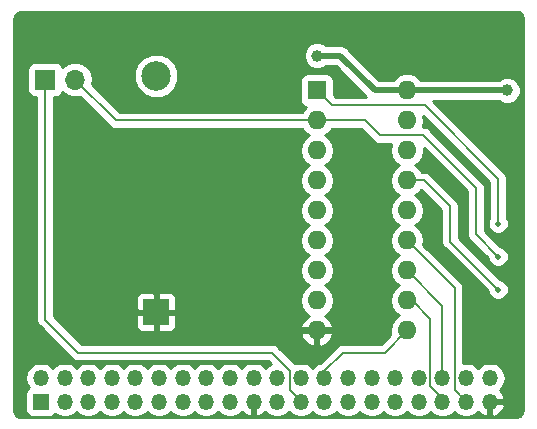
<source format=gbl>
G04 #@! TF.GenerationSoftware,KiCad,Pcbnew,5.0.2-bee76a0~70~ubuntu16.04.1*
G04 #@! TF.CreationDate,2019-01-05T22:09:08+01:00*
G04 #@! TF.ProjectId,OpenA1200RTC,4f70656e-4131-4323-9030-5254432e6b69,rev?*
G04 #@! TF.SameCoordinates,Original*
G04 #@! TF.FileFunction,Copper,L2,Bot*
G04 #@! TF.FilePolarity,Positive*
%FSLAX46Y46*%
G04 Gerber Fmt 4.6, Leading zero omitted, Abs format (unit mm)*
G04 Created by KiCad (PCBNEW 5.0.2-bee76a0~70~ubuntu16.04.1) date sab 05 gen 2019 22:09:08 CET*
%MOMM*%
%LPD*%
G01*
G04 APERTURE LIST*
G04 #@! TA.AperFunction,ComponentPad*
%ADD10O,1.600000X1.600000*%
G04 #@! TD*
G04 #@! TA.AperFunction,ComponentPad*
%ADD11R,1.600000X1.600000*%
G04 #@! TD*
G04 #@! TA.AperFunction,ComponentPad*
%ADD12O,1.700000X1.700000*%
G04 #@! TD*
G04 #@! TA.AperFunction,ComponentPad*
%ADD13R,1.700000X1.700000*%
G04 #@! TD*
G04 #@! TA.AperFunction,ComponentPad*
%ADD14R,2.170000X2.170000*%
G04 #@! TD*
G04 #@! TA.AperFunction,ComponentPad*
%ADD15C,2.500000*%
G04 #@! TD*
G04 #@! TA.AperFunction,ComponentPad*
%ADD16O,1.350000X1.350000*%
G04 #@! TD*
G04 #@! TA.AperFunction,ComponentPad*
%ADD17R,1.350000X1.350000*%
G04 #@! TD*
G04 #@! TA.AperFunction,ViaPad*
%ADD18C,0.500000*%
G04 #@! TD*
G04 #@! TA.AperFunction,ViaPad*
%ADD19C,1.000000*%
G04 #@! TD*
G04 #@! TA.AperFunction,Conductor*
%ADD20C,0.200000*%
G04 #@! TD*
G04 #@! TA.AperFunction,Conductor*
%ADD21C,0.500000*%
G04 #@! TD*
G04 #@! TA.AperFunction,Conductor*
%ADD22C,0.254000*%
G04 #@! TD*
G04 APERTURE END LIST*
D10*
G04 #@! TO.P,U1,18*
G04 #@! TO.N,VDD*
X159156400Y-80670400D03*
G04 #@! TO.P,U1,9*
G04 #@! TO.N,GND*
X151536400Y-100990400D03*
G04 #@! TO.P,U1,17*
G04 #@! TO.N,Net-(U1-Pad17)*
X159156400Y-83210400D03*
G04 #@! TO.P,U1,8*
G04 #@! TO.N,Net-(J1-Pad25)*
X151536400Y-98450400D03*
G04 #@! TO.P,U1,16*
G04 #@! TO.N,Net-(U1-Pad16)*
X159156400Y-85750400D03*
G04 #@! TO.P,U1,7*
G04 #@! TO.N,/RTC_A3*
X151536400Y-95910400D03*
G04 #@! TO.P,U1,15*
G04 #@! TO.N,Net-(R1-Pad2)*
X159156400Y-88290400D03*
G04 #@! TO.P,U1,6*
G04 #@! TO.N,/RTC_A2*
X151536400Y-93370400D03*
G04 #@! TO.P,U1,14*
G04 #@! TO.N,/RTC_D0*
X159156400Y-90830400D03*
G04 #@! TO.P,U1,5*
G04 #@! TO.N,/RTC_A1*
X151536400Y-90830400D03*
G04 #@! TO.P,U1,13*
G04 #@! TO.N,/RTC_D1*
X159156400Y-93370400D03*
G04 #@! TO.P,U1,4*
G04 #@! TO.N,/RTC_A0*
X151536400Y-88290400D03*
G04 #@! TO.P,U1,12*
G04 #@! TO.N,/RTC_D2*
X159156400Y-95910400D03*
G04 #@! TO.P,U1,3*
G04 #@! TO.N,Net-(R1-Pad2)*
X151536400Y-85750400D03*
G04 #@! TO.P,U1,11*
G04 #@! TO.N,/RTC_D3*
X159156400Y-98450400D03*
G04 #@! TO.P,U1,2*
G04 #@! TO.N,Net-(JP1-Pad2)*
X151536400Y-83210400D03*
G04 #@! TO.P,U1,10*
G04 #@! TO.N,Net-(J1-Pad26)*
X159156400Y-100990400D03*
D11*
G04 #@! TO.P,U1,1*
G04 #@! TO.N,Net-(R3-Pad2)*
X151536400Y-80670400D03*
G04 #@! TD*
D12*
G04 #@! TO.P,JP1,2*
G04 #@! TO.N,Net-(JP1-Pad2)*
X131064000Y-79756000D03*
D13*
G04 #@! TO.P,JP1,1*
G04 #@! TO.N,Net-(J1-Pad23)*
X128524000Y-79756000D03*
G04 #@! TD*
D14*
G04 #@! TO.P,BT1,2*
G04 #@! TO.N,GND*
X137922000Y-99441000D03*
D15*
G04 #@! TO.P,BT1,1*
G04 #@! TO.N,Net-(BT1-Pad1)*
X137922000Y-79441000D03*
G04 #@! TD*
D16*
G04 #@! TO.P,J1,40*
G04 #@! TO.N,Net-(J1-Pad40)*
X166168400Y-105022900D03*
G04 #@! TO.P,J1,39*
G04 #@! TO.N,GND*
X166168400Y-107022900D03*
G04 #@! TO.P,J1,38*
G04 #@! TO.N,/RTC_D0*
X164168400Y-105022900D03*
G04 #@! TO.P,J1,37*
G04 #@! TO.N,/RTC_D1*
X164168400Y-107022900D03*
G04 #@! TO.P,J1,36*
G04 #@! TO.N,/RTC_D2*
X162168400Y-105022900D03*
G04 #@! TO.P,J1,35*
G04 #@! TO.N,/RTC_D3*
X162168400Y-107022900D03*
G04 #@! TO.P,J1,34*
G04 #@! TO.N,Net-(J1-Pad34)*
X160168400Y-105022900D03*
G04 #@! TO.P,J1,33*
G04 #@! TO.N,Net-(J1-Pad33)*
X160168400Y-107022900D03*
G04 #@! TO.P,J1,32*
G04 #@! TO.N,Net-(J1-Pad32)*
X158168400Y-105022900D03*
G04 #@! TO.P,J1,31*
G04 #@! TO.N,Net-(J1-Pad31)*
X158168400Y-107022900D03*
G04 #@! TO.P,J1,30*
G04 #@! TO.N,/RTC_A0*
X156168400Y-105022900D03*
G04 #@! TO.P,J1,29*
G04 #@! TO.N,/RTC_A1*
X156168400Y-107022900D03*
G04 #@! TO.P,J1,28*
G04 #@! TO.N,/RTC_A2*
X154168400Y-105022900D03*
G04 #@! TO.P,J1,27*
G04 #@! TO.N,/RTC_A3*
X154168400Y-107022900D03*
G04 #@! TO.P,J1,26*
G04 #@! TO.N,Net-(J1-Pad26)*
X152168400Y-105022900D03*
G04 #@! TO.P,J1,25*
G04 #@! TO.N,Net-(J1-Pad25)*
X152168400Y-107022900D03*
G04 #@! TO.P,J1,24*
G04 #@! TO.N,Net-(J1-Pad24)*
X150168400Y-105022900D03*
G04 #@! TO.P,J1,23*
G04 #@! TO.N,Net-(J1-Pad23)*
X150168400Y-107022900D03*
G04 #@! TO.P,J1,22*
G04 #@! TO.N,Net-(J1-Pad22)*
X148168400Y-105022900D03*
G04 #@! TO.P,J1,21*
G04 #@! TO.N,Net-(J1-Pad21)*
X148168400Y-107022900D03*
G04 #@! TO.P,J1,20*
G04 #@! TO.N,VCC*
X146168400Y-105022900D03*
G04 #@! TO.P,J1,19*
G04 #@! TO.N,GND*
X146168400Y-107022900D03*
G04 #@! TO.P,J1,18*
G04 #@! TO.N,Net-(J1-Pad18)*
X144168400Y-105022900D03*
G04 #@! TO.P,J1,17*
G04 #@! TO.N,Net-(J1-Pad17)*
X144168400Y-107022900D03*
G04 #@! TO.P,J1,16*
G04 #@! TO.N,Net-(J1-Pad16)*
X142168400Y-105022900D03*
G04 #@! TO.P,J1,15*
G04 #@! TO.N,Net-(J1-Pad15)*
X142168400Y-107022900D03*
G04 #@! TO.P,J1,14*
G04 #@! TO.N,Net-(J1-Pad14)*
X140168400Y-105022900D03*
G04 #@! TO.P,J1,13*
G04 #@! TO.N,Net-(J1-Pad13)*
X140168400Y-107022900D03*
G04 #@! TO.P,J1,12*
G04 #@! TO.N,Net-(J1-Pad12)*
X138168400Y-105022900D03*
G04 #@! TO.P,J1,11*
G04 #@! TO.N,Net-(J1-Pad11)*
X138168400Y-107022900D03*
G04 #@! TO.P,J1,10*
G04 #@! TO.N,Net-(J1-Pad10)*
X136168400Y-105022900D03*
G04 #@! TO.P,J1,9*
G04 #@! TO.N,Net-(J1-Pad9)*
X136168400Y-107022900D03*
G04 #@! TO.P,J1,8*
G04 #@! TO.N,Net-(J1-Pad8)*
X134168400Y-105022900D03*
G04 #@! TO.P,J1,7*
G04 #@! TO.N,Net-(J1-Pad7)*
X134168400Y-107022900D03*
G04 #@! TO.P,J1,6*
G04 #@! TO.N,Net-(J1-Pad6)*
X132168400Y-105022900D03*
G04 #@! TO.P,J1,5*
G04 #@! TO.N,Net-(J1-Pad5)*
X132168400Y-107022900D03*
G04 #@! TO.P,J1,4*
G04 #@! TO.N,Net-(J1-Pad4)*
X130168400Y-105022900D03*
G04 #@! TO.P,J1,3*
G04 #@! TO.N,Net-(J1-Pad3)*
X130168400Y-107022900D03*
G04 #@! TO.P,J1,2*
G04 #@! TO.N,Net-(J1-Pad2)*
X128168400Y-105022900D03*
D17*
G04 #@! TO.P,J1,1*
G04 #@! TO.N,Net-(J1-Pad1)*
X128168400Y-107022900D03*
G04 #@! TD*
D18*
G04 #@! TO.N,Net-(R1-Pad2)*
X166878000Y-97536000D03*
G04 #@! TO.N,Net-(JP1-Pad2)*
X166878000Y-94742000D03*
G04 #@! TO.N,Net-(R3-Pad2)*
X166878000Y-91948000D03*
D19*
G04 #@! TO.N,VDD*
X167640000Y-80670400D03*
X151546560Y-77718920D03*
G04 #@! TO.N,GND*
X140884400Y-95910400D03*
X134756400Y-95910400D03*
X132232400Y-100736400D03*
X143662400Y-100736400D03*
X168046400Y-75082400D03*
X126849400Y-75082400D03*
X140884400Y-91084400D03*
X134756400Y-91084400D03*
X155346400Y-85750400D03*
X155346400Y-88290400D03*
G04 #@! TD*
D20*
G04 #@! TO.N,Net-(R1-Pad2)*
X160616900Y-88290400D02*
X159156400Y-88290400D01*
X162814000Y-90487500D02*
X160616900Y-88290400D01*
X162814000Y-93472000D02*
X163169600Y-93827600D01*
X162814000Y-90487500D02*
X162814000Y-93472000D01*
X166878000Y-97536000D02*
X163169600Y-93827600D01*
G04 #@! TO.N,Net-(JP1-Pad2)*
X156870400Y-84480400D02*
X155600400Y-83210400D01*
X160553400Y-84480400D02*
X156870400Y-84480400D01*
X164998400Y-92862400D02*
X164998400Y-88925400D01*
X164998400Y-88925400D02*
X160553400Y-84480400D01*
X155600400Y-83210400D02*
X151536400Y-83210400D01*
X164998400Y-92862400D02*
X166878000Y-94742000D01*
X134518400Y-83210400D02*
X131064000Y-79756000D01*
X151536400Y-83210400D02*
X134518400Y-83210400D01*
G04 #@! TO.N,Net-(R3-Pad2)*
X152806400Y-81940400D02*
X151536400Y-80670400D01*
X160680400Y-81940400D02*
X152806400Y-81940400D01*
X166878000Y-88138000D02*
X160680400Y-81940400D01*
X166878000Y-91948000D02*
X166878000Y-88138000D01*
D21*
G04 #@! TO.N,VDD*
X156448760Y-80670400D02*
X153497280Y-77718920D01*
X159156400Y-80670400D02*
X156448760Y-80670400D01*
X151546560Y-77718920D02*
X153497280Y-77718920D01*
X167640000Y-80670400D02*
X159156400Y-80670400D01*
G04 #@! TO.N,GND*
X155346400Y-85750400D02*
X155346400Y-88290400D01*
X143916400Y-100990400D02*
X143662400Y-100736400D01*
X140884400Y-91084400D02*
X134756400Y-91084400D01*
X153672540Y-100990400D02*
X151536400Y-100990400D01*
X155346400Y-99316540D02*
X153672540Y-100990400D01*
X155346400Y-88290400D02*
X155346400Y-99316540D01*
X151536400Y-100990400D02*
X143916400Y-100990400D01*
D20*
G04 #@! TO.N,/RTC_D1*
X164168400Y-107022900D02*
X164168400Y-107018400D01*
X164168400Y-107018400D02*
X163195000Y-106045000D01*
X163195000Y-97409000D02*
X159156400Y-93370400D01*
X163195000Y-106045000D02*
X163195000Y-97409000D01*
G04 #@! TO.N,/RTC_D2*
X162168400Y-98922400D02*
X159156400Y-95910400D01*
X162168400Y-105022900D02*
X162168400Y-98922400D01*
G04 #@! TO.N,/RTC_D3*
X162168400Y-107022900D02*
X162168400Y-106694800D01*
X162168400Y-106694800D02*
X161137600Y-105664000D01*
X159156400Y-98450400D02*
X159164020Y-98450400D01*
X159545020Y-98450400D02*
X161137600Y-100042980D01*
X159156400Y-98450400D02*
X159545020Y-98450400D01*
X161137600Y-105664000D02*
X161137600Y-100042980D01*
G04 #@! TO.N,Net-(J1-Pad26)*
X152168400Y-104460500D02*
X152168400Y-105022900D01*
X153758900Y-102870000D02*
X152168400Y-104460500D01*
X157276800Y-102870000D02*
X153758900Y-102870000D01*
X159156400Y-100990400D02*
X157276800Y-102870000D01*
G04 #@! TO.N,Net-(J1-Pad23)*
X128422400Y-79502000D02*
X128447800Y-79476600D01*
X149225000Y-106045000D02*
X150168400Y-106988400D01*
X149225000Y-104394000D02*
X149225000Y-106045000D01*
X131318000Y-102870000D02*
X147701000Y-102870000D01*
X147701000Y-102870000D02*
X149225000Y-104394000D01*
X128524000Y-100076000D02*
X131318000Y-102870000D01*
X128524000Y-79756000D02*
X128524000Y-100076000D01*
G04 #@! TD*
D22*
G04 #@! TO.N,GND*
G36*
X168609187Y-74058465D02*
X168774320Y-74153805D01*
X168896888Y-74299877D01*
X168972955Y-74508865D01*
X168981400Y-74605396D01*
X168981401Y-107726275D01*
X168937335Y-107976187D01*
X168841996Y-108141319D01*
X168695924Y-108263888D01*
X168486932Y-108339955D01*
X168390404Y-108348400D01*
X126536519Y-108348400D01*
X126286613Y-108304335D01*
X126121481Y-108208996D01*
X125998912Y-108062924D01*
X125922845Y-107853932D01*
X125914400Y-107757404D01*
X125914400Y-105022900D01*
X126832736Y-105022900D01*
X126934407Y-105534036D01*
X127130114Y-105826932D01*
X127035591Y-105890091D01*
X126895243Y-106100135D01*
X126845960Y-106347900D01*
X126845960Y-107697900D01*
X126895243Y-107945665D01*
X127035591Y-108155709D01*
X127245635Y-108296057D01*
X127493400Y-108345340D01*
X128843400Y-108345340D01*
X129091165Y-108296057D01*
X129301209Y-108155709D01*
X129364368Y-108061186D01*
X129657264Y-108256893D01*
X130039378Y-108332900D01*
X130297422Y-108332900D01*
X130679536Y-108256893D01*
X131112857Y-107967357D01*
X131168400Y-107884231D01*
X131223943Y-107967357D01*
X131657264Y-108256893D01*
X132039378Y-108332900D01*
X132297422Y-108332900D01*
X132679536Y-108256893D01*
X133112857Y-107967357D01*
X133168400Y-107884231D01*
X133223943Y-107967357D01*
X133657264Y-108256893D01*
X134039378Y-108332900D01*
X134297422Y-108332900D01*
X134679536Y-108256893D01*
X135112857Y-107967357D01*
X135168400Y-107884231D01*
X135223943Y-107967357D01*
X135657264Y-108256893D01*
X136039378Y-108332900D01*
X136297422Y-108332900D01*
X136679536Y-108256893D01*
X137112857Y-107967357D01*
X137168400Y-107884231D01*
X137223943Y-107967357D01*
X137657264Y-108256893D01*
X138039378Y-108332900D01*
X138297422Y-108332900D01*
X138679536Y-108256893D01*
X139112857Y-107967357D01*
X139168400Y-107884231D01*
X139223943Y-107967357D01*
X139657264Y-108256893D01*
X140039378Y-108332900D01*
X140297422Y-108332900D01*
X140679536Y-108256893D01*
X141112857Y-107967357D01*
X141168400Y-107884231D01*
X141223943Y-107967357D01*
X141657264Y-108256893D01*
X142039378Y-108332900D01*
X142297422Y-108332900D01*
X142679536Y-108256893D01*
X143112857Y-107967357D01*
X143168400Y-107884231D01*
X143223943Y-107967357D01*
X143657264Y-108256893D01*
X144039378Y-108332900D01*
X144297422Y-108332900D01*
X144679536Y-108256893D01*
X145112857Y-107967357D01*
X145181556Y-107864542D01*
X145504767Y-108152378D01*
X145839000Y-108290810D01*
X146041400Y-108167124D01*
X146041400Y-107149900D01*
X146021400Y-107149900D01*
X146021400Y-106895900D01*
X146041400Y-106895900D01*
X146041400Y-106875900D01*
X146295400Y-106875900D01*
X146295400Y-106895900D01*
X146315400Y-106895900D01*
X146315400Y-107149900D01*
X146295400Y-107149900D01*
X146295400Y-108167124D01*
X146497800Y-108290810D01*
X146832033Y-108152378D01*
X147155244Y-107864542D01*
X147223943Y-107967357D01*
X147657264Y-108256893D01*
X148039378Y-108332900D01*
X148297422Y-108332900D01*
X148679536Y-108256893D01*
X149112857Y-107967357D01*
X149168400Y-107884231D01*
X149223943Y-107967357D01*
X149657264Y-108256893D01*
X150039378Y-108332900D01*
X150297422Y-108332900D01*
X150679536Y-108256893D01*
X151112857Y-107967357D01*
X151168400Y-107884231D01*
X151223943Y-107967357D01*
X151657264Y-108256893D01*
X152039378Y-108332900D01*
X152297422Y-108332900D01*
X152679536Y-108256893D01*
X153112857Y-107967357D01*
X153168400Y-107884231D01*
X153223943Y-107967357D01*
X153657264Y-108256893D01*
X154039378Y-108332900D01*
X154297422Y-108332900D01*
X154679536Y-108256893D01*
X155112857Y-107967357D01*
X155168400Y-107884231D01*
X155223943Y-107967357D01*
X155657264Y-108256893D01*
X156039378Y-108332900D01*
X156297422Y-108332900D01*
X156679536Y-108256893D01*
X157112857Y-107967357D01*
X157168400Y-107884231D01*
X157223943Y-107967357D01*
X157657264Y-108256893D01*
X158039378Y-108332900D01*
X158297422Y-108332900D01*
X158679536Y-108256893D01*
X159112857Y-107967357D01*
X159168400Y-107884231D01*
X159223943Y-107967357D01*
X159657264Y-108256893D01*
X160039378Y-108332900D01*
X160297422Y-108332900D01*
X160679536Y-108256893D01*
X161112857Y-107967357D01*
X161168400Y-107884231D01*
X161223943Y-107967357D01*
X161657264Y-108256893D01*
X162039378Y-108332900D01*
X162297422Y-108332900D01*
X162679536Y-108256893D01*
X163112857Y-107967357D01*
X163168400Y-107884231D01*
X163223943Y-107967357D01*
X163657264Y-108256893D01*
X164039378Y-108332900D01*
X164297422Y-108332900D01*
X164679536Y-108256893D01*
X165112857Y-107967357D01*
X165181556Y-107864542D01*
X165504767Y-108152378D01*
X165839000Y-108290810D01*
X166041400Y-108167124D01*
X166041400Y-107149900D01*
X166295400Y-107149900D01*
X166295400Y-108167124D01*
X166497800Y-108290810D01*
X166832033Y-108152378D01*
X167213749Y-107812440D01*
X167436320Y-107352302D01*
X167313490Y-107149900D01*
X166295400Y-107149900D01*
X166041400Y-107149900D01*
X166021400Y-107149900D01*
X166021400Y-106895900D01*
X166041400Y-106895900D01*
X166041400Y-106875900D01*
X166295400Y-106875900D01*
X166295400Y-106895900D01*
X167313490Y-106895900D01*
X167436320Y-106693498D01*
X167213749Y-106233360D01*
X166999846Y-106042868D01*
X167112857Y-105967357D01*
X167402393Y-105534036D01*
X167504064Y-105022900D01*
X167402393Y-104511764D01*
X167112857Y-104078443D01*
X166679536Y-103788907D01*
X166297422Y-103712900D01*
X166039378Y-103712900D01*
X165657264Y-103788907D01*
X165223943Y-104078443D01*
X165168400Y-104161569D01*
X165112857Y-104078443D01*
X164679536Y-103788907D01*
X164297422Y-103712900D01*
X164039378Y-103712900D01*
X163930000Y-103734657D01*
X163930000Y-97481384D01*
X163944398Y-97409000D01*
X163930000Y-97336616D01*
X163930000Y-97336612D01*
X163887354Y-97122217D01*
X163724905Y-96879095D01*
X163663538Y-96838091D01*
X160549222Y-93723776D01*
X160619513Y-93370400D01*
X160508140Y-92810491D01*
X160190977Y-92335823D01*
X159838642Y-92100400D01*
X160190977Y-91864977D01*
X160508140Y-91390309D01*
X160619513Y-90830400D01*
X160508140Y-90270491D01*
X160190977Y-89795823D01*
X159838642Y-89560400D01*
X160190977Y-89324977D01*
X160359628Y-89072574D01*
X162079000Y-90791947D01*
X162079001Y-93399611D01*
X162064602Y-93472000D01*
X162121646Y-93758782D01*
X162236257Y-93930309D01*
X162284096Y-94001905D01*
X162345463Y-94042909D01*
X162598691Y-94296137D01*
X165993000Y-97690447D01*
X165993000Y-97712037D01*
X166127733Y-98037312D01*
X166376688Y-98286267D01*
X166701963Y-98421000D01*
X167054037Y-98421000D01*
X167379312Y-98286267D01*
X167628267Y-98037312D01*
X167763000Y-97712037D01*
X167763000Y-97359963D01*
X167628267Y-97034688D01*
X167379312Y-96785733D01*
X167054037Y-96651000D01*
X167032447Y-96651000D01*
X163638137Y-93256691D01*
X163549000Y-93167554D01*
X163549000Y-90559888D01*
X163563399Y-90487500D01*
X163506354Y-90200718D01*
X163506354Y-90200717D01*
X163343905Y-89957595D01*
X163282538Y-89916591D01*
X161187811Y-87821865D01*
X161146805Y-87760495D01*
X160903683Y-87598046D01*
X160689288Y-87555400D01*
X160689284Y-87555400D01*
X160616900Y-87541002D01*
X160544516Y-87555400D01*
X160391148Y-87555400D01*
X160190977Y-87255823D01*
X159838642Y-87020400D01*
X160190977Y-86784977D01*
X160508140Y-86310309D01*
X160619513Y-85750400D01*
X160578682Y-85545128D01*
X164263401Y-89229848D01*
X164263400Y-92790016D01*
X164249002Y-92862400D01*
X164263400Y-92934784D01*
X164263400Y-92934787D01*
X164306046Y-93149182D01*
X164468495Y-93392305D01*
X164529865Y-93433311D01*
X165993000Y-94896447D01*
X165993000Y-94918037D01*
X166127733Y-95243312D01*
X166376688Y-95492267D01*
X166701963Y-95627000D01*
X167054037Y-95627000D01*
X167379312Y-95492267D01*
X167628267Y-95243312D01*
X167763000Y-94918037D01*
X167763000Y-94565963D01*
X167628267Y-94240688D01*
X167379312Y-93991733D01*
X167054037Y-93857000D01*
X167032447Y-93857000D01*
X165733400Y-92557954D01*
X165733400Y-88997783D01*
X165747798Y-88925399D01*
X165733400Y-88853015D01*
X165733400Y-88853012D01*
X165690754Y-88638617D01*
X165528305Y-88395495D01*
X165466938Y-88354491D01*
X161124311Y-84011865D01*
X161083305Y-83950495D01*
X160840183Y-83788046D01*
X160625788Y-83745400D01*
X160625784Y-83745400D01*
X160553400Y-83731002D01*
X160514416Y-83738756D01*
X160619513Y-83210400D01*
X160547147Y-82846593D01*
X166143001Y-88442448D01*
X166143000Y-91431421D01*
X166127733Y-91446688D01*
X165993000Y-91771963D01*
X165993000Y-92124037D01*
X166127733Y-92449312D01*
X166376688Y-92698267D01*
X166701963Y-92833000D01*
X167054037Y-92833000D01*
X167379312Y-92698267D01*
X167628267Y-92449312D01*
X167763000Y-92124037D01*
X167763000Y-91771963D01*
X167628267Y-91446688D01*
X167613000Y-91431421D01*
X167613000Y-88210384D01*
X167627398Y-88138000D01*
X167613000Y-88065616D01*
X167613000Y-88065612D01*
X167570354Y-87851217D01*
X167407905Y-87608095D01*
X167346538Y-87567091D01*
X161334846Y-81555400D01*
X166919867Y-81555400D01*
X166997074Y-81632607D01*
X167414234Y-81805400D01*
X167865766Y-81805400D01*
X168282926Y-81632607D01*
X168602207Y-81313326D01*
X168775000Y-80896166D01*
X168775000Y-80444634D01*
X168602207Y-80027474D01*
X168282926Y-79708193D01*
X167865766Y-79535400D01*
X167414234Y-79535400D01*
X166997074Y-79708193D01*
X166919867Y-79785400D01*
X160290921Y-79785400D01*
X160190977Y-79635823D01*
X159716309Y-79318660D01*
X159297733Y-79235400D01*
X159015067Y-79235400D01*
X158596491Y-79318660D01*
X158121823Y-79635823D01*
X158021879Y-79785400D01*
X156815339Y-79785400D01*
X154184705Y-77154767D01*
X154135329Y-77080871D01*
X153842590Y-76885268D01*
X153584445Y-76833920D01*
X153584441Y-76833920D01*
X153497280Y-76816583D01*
X153410119Y-76833920D01*
X152266693Y-76833920D01*
X152189486Y-76756713D01*
X151772326Y-76583920D01*
X151320794Y-76583920D01*
X150903634Y-76756713D01*
X150584353Y-77075994D01*
X150411560Y-77493154D01*
X150411560Y-77944686D01*
X150584353Y-78361846D01*
X150903634Y-78681127D01*
X151320794Y-78853920D01*
X151772326Y-78853920D01*
X152189486Y-78681127D01*
X152266693Y-78603920D01*
X153130702Y-78603920D01*
X155732181Y-81205400D01*
X153110847Y-81205400D01*
X152983840Y-81078393D01*
X152983840Y-79870400D01*
X152934557Y-79622635D01*
X152794209Y-79412591D01*
X152584165Y-79272243D01*
X152336400Y-79222960D01*
X150736400Y-79222960D01*
X150488635Y-79272243D01*
X150278591Y-79412591D01*
X150138243Y-79622635D01*
X150088960Y-79870400D01*
X150088960Y-81470400D01*
X150138243Y-81718165D01*
X150278591Y-81928209D01*
X150488635Y-82068557D01*
X150622506Y-82095185D01*
X150501823Y-82175823D01*
X150301652Y-82475400D01*
X134822847Y-82475400D01*
X132499343Y-80151897D01*
X132578092Y-79756000D01*
X132462839Y-79176582D01*
X132388984Y-79066050D01*
X136037000Y-79066050D01*
X136037000Y-79815950D01*
X136323974Y-80508767D01*
X136854233Y-81039026D01*
X137547050Y-81326000D01*
X138296950Y-81326000D01*
X138989767Y-81039026D01*
X139520026Y-80508767D01*
X139807000Y-79815950D01*
X139807000Y-79066050D01*
X139520026Y-78373233D01*
X138989767Y-77842974D01*
X138296950Y-77556000D01*
X137547050Y-77556000D01*
X136854233Y-77842974D01*
X136323974Y-78373233D01*
X136037000Y-79066050D01*
X132388984Y-79066050D01*
X132134625Y-78685375D01*
X131643418Y-78357161D01*
X131210256Y-78271000D01*
X130917744Y-78271000D01*
X130484582Y-78357161D01*
X129993375Y-78685375D01*
X129981184Y-78703619D01*
X129972157Y-78658235D01*
X129831809Y-78448191D01*
X129621765Y-78307843D01*
X129374000Y-78258560D01*
X127674000Y-78258560D01*
X127426235Y-78307843D01*
X127216191Y-78448191D01*
X127075843Y-78658235D01*
X127026560Y-78906000D01*
X127026560Y-80606000D01*
X127075843Y-80853765D01*
X127216191Y-81063809D01*
X127426235Y-81204157D01*
X127674000Y-81253440D01*
X127789000Y-81253440D01*
X127789001Y-100003611D01*
X127774602Y-100076000D01*
X127831646Y-100362782D01*
X127831647Y-100362783D01*
X127994096Y-100605905D01*
X128055463Y-100646909D01*
X130747091Y-103338537D01*
X130788095Y-103399905D01*
X131031217Y-103562354D01*
X131245612Y-103605000D01*
X131318000Y-103619399D01*
X131390388Y-103605000D01*
X147396554Y-103605000D01*
X147611224Y-103819670D01*
X147223943Y-104078443D01*
X147168400Y-104161569D01*
X147112857Y-104078443D01*
X146679536Y-103788907D01*
X146297422Y-103712900D01*
X146039378Y-103712900D01*
X145657264Y-103788907D01*
X145223943Y-104078443D01*
X145168400Y-104161569D01*
X145112857Y-104078443D01*
X144679536Y-103788907D01*
X144297422Y-103712900D01*
X144039378Y-103712900D01*
X143657264Y-103788907D01*
X143223943Y-104078443D01*
X143168400Y-104161569D01*
X143112857Y-104078443D01*
X142679536Y-103788907D01*
X142297422Y-103712900D01*
X142039378Y-103712900D01*
X141657264Y-103788907D01*
X141223943Y-104078443D01*
X141168400Y-104161569D01*
X141112857Y-104078443D01*
X140679536Y-103788907D01*
X140297422Y-103712900D01*
X140039378Y-103712900D01*
X139657264Y-103788907D01*
X139223943Y-104078443D01*
X139168400Y-104161569D01*
X139112857Y-104078443D01*
X138679536Y-103788907D01*
X138297422Y-103712900D01*
X138039378Y-103712900D01*
X137657264Y-103788907D01*
X137223943Y-104078443D01*
X137168400Y-104161569D01*
X137112857Y-104078443D01*
X136679536Y-103788907D01*
X136297422Y-103712900D01*
X136039378Y-103712900D01*
X135657264Y-103788907D01*
X135223943Y-104078443D01*
X135168400Y-104161569D01*
X135112857Y-104078443D01*
X134679536Y-103788907D01*
X134297422Y-103712900D01*
X134039378Y-103712900D01*
X133657264Y-103788907D01*
X133223943Y-104078443D01*
X133168400Y-104161569D01*
X133112857Y-104078443D01*
X132679536Y-103788907D01*
X132297422Y-103712900D01*
X132039378Y-103712900D01*
X131657264Y-103788907D01*
X131223943Y-104078443D01*
X131168400Y-104161569D01*
X131112857Y-104078443D01*
X130679536Y-103788907D01*
X130297422Y-103712900D01*
X130039378Y-103712900D01*
X129657264Y-103788907D01*
X129223943Y-104078443D01*
X129168400Y-104161569D01*
X129112857Y-104078443D01*
X128679536Y-103788907D01*
X128297422Y-103712900D01*
X128039378Y-103712900D01*
X127657264Y-103788907D01*
X127223943Y-104078443D01*
X126934407Y-104511764D01*
X126832736Y-105022900D01*
X125914400Y-105022900D01*
X125914400Y-74636519D01*
X125958465Y-74386613D01*
X126053805Y-74221480D01*
X126199877Y-74098912D01*
X126408865Y-74022845D01*
X126505396Y-74014400D01*
X168359281Y-74014400D01*
X168609187Y-74058465D01*
X168609187Y-74058465D01*
G37*
X168609187Y-74058465D02*
X168774320Y-74153805D01*
X168896888Y-74299877D01*
X168972955Y-74508865D01*
X168981400Y-74605396D01*
X168981401Y-107726275D01*
X168937335Y-107976187D01*
X168841996Y-108141319D01*
X168695924Y-108263888D01*
X168486932Y-108339955D01*
X168390404Y-108348400D01*
X126536519Y-108348400D01*
X126286613Y-108304335D01*
X126121481Y-108208996D01*
X125998912Y-108062924D01*
X125922845Y-107853932D01*
X125914400Y-107757404D01*
X125914400Y-105022900D01*
X126832736Y-105022900D01*
X126934407Y-105534036D01*
X127130114Y-105826932D01*
X127035591Y-105890091D01*
X126895243Y-106100135D01*
X126845960Y-106347900D01*
X126845960Y-107697900D01*
X126895243Y-107945665D01*
X127035591Y-108155709D01*
X127245635Y-108296057D01*
X127493400Y-108345340D01*
X128843400Y-108345340D01*
X129091165Y-108296057D01*
X129301209Y-108155709D01*
X129364368Y-108061186D01*
X129657264Y-108256893D01*
X130039378Y-108332900D01*
X130297422Y-108332900D01*
X130679536Y-108256893D01*
X131112857Y-107967357D01*
X131168400Y-107884231D01*
X131223943Y-107967357D01*
X131657264Y-108256893D01*
X132039378Y-108332900D01*
X132297422Y-108332900D01*
X132679536Y-108256893D01*
X133112857Y-107967357D01*
X133168400Y-107884231D01*
X133223943Y-107967357D01*
X133657264Y-108256893D01*
X134039378Y-108332900D01*
X134297422Y-108332900D01*
X134679536Y-108256893D01*
X135112857Y-107967357D01*
X135168400Y-107884231D01*
X135223943Y-107967357D01*
X135657264Y-108256893D01*
X136039378Y-108332900D01*
X136297422Y-108332900D01*
X136679536Y-108256893D01*
X137112857Y-107967357D01*
X137168400Y-107884231D01*
X137223943Y-107967357D01*
X137657264Y-108256893D01*
X138039378Y-108332900D01*
X138297422Y-108332900D01*
X138679536Y-108256893D01*
X139112857Y-107967357D01*
X139168400Y-107884231D01*
X139223943Y-107967357D01*
X139657264Y-108256893D01*
X140039378Y-108332900D01*
X140297422Y-108332900D01*
X140679536Y-108256893D01*
X141112857Y-107967357D01*
X141168400Y-107884231D01*
X141223943Y-107967357D01*
X141657264Y-108256893D01*
X142039378Y-108332900D01*
X142297422Y-108332900D01*
X142679536Y-108256893D01*
X143112857Y-107967357D01*
X143168400Y-107884231D01*
X143223943Y-107967357D01*
X143657264Y-108256893D01*
X144039378Y-108332900D01*
X144297422Y-108332900D01*
X144679536Y-108256893D01*
X145112857Y-107967357D01*
X145181556Y-107864542D01*
X145504767Y-108152378D01*
X145839000Y-108290810D01*
X146041400Y-108167124D01*
X146041400Y-107149900D01*
X146021400Y-107149900D01*
X146021400Y-106895900D01*
X146041400Y-106895900D01*
X146041400Y-106875900D01*
X146295400Y-106875900D01*
X146295400Y-106895900D01*
X146315400Y-106895900D01*
X146315400Y-107149900D01*
X146295400Y-107149900D01*
X146295400Y-108167124D01*
X146497800Y-108290810D01*
X146832033Y-108152378D01*
X147155244Y-107864542D01*
X147223943Y-107967357D01*
X147657264Y-108256893D01*
X148039378Y-108332900D01*
X148297422Y-108332900D01*
X148679536Y-108256893D01*
X149112857Y-107967357D01*
X149168400Y-107884231D01*
X149223943Y-107967357D01*
X149657264Y-108256893D01*
X150039378Y-108332900D01*
X150297422Y-108332900D01*
X150679536Y-108256893D01*
X151112857Y-107967357D01*
X151168400Y-107884231D01*
X151223943Y-107967357D01*
X151657264Y-108256893D01*
X152039378Y-108332900D01*
X152297422Y-108332900D01*
X152679536Y-108256893D01*
X153112857Y-107967357D01*
X153168400Y-107884231D01*
X153223943Y-107967357D01*
X153657264Y-108256893D01*
X154039378Y-108332900D01*
X154297422Y-108332900D01*
X154679536Y-108256893D01*
X155112857Y-107967357D01*
X155168400Y-107884231D01*
X155223943Y-107967357D01*
X155657264Y-108256893D01*
X156039378Y-108332900D01*
X156297422Y-108332900D01*
X156679536Y-108256893D01*
X157112857Y-107967357D01*
X157168400Y-107884231D01*
X157223943Y-107967357D01*
X157657264Y-108256893D01*
X158039378Y-108332900D01*
X158297422Y-108332900D01*
X158679536Y-108256893D01*
X159112857Y-107967357D01*
X159168400Y-107884231D01*
X159223943Y-107967357D01*
X159657264Y-108256893D01*
X160039378Y-108332900D01*
X160297422Y-108332900D01*
X160679536Y-108256893D01*
X161112857Y-107967357D01*
X161168400Y-107884231D01*
X161223943Y-107967357D01*
X161657264Y-108256893D01*
X162039378Y-108332900D01*
X162297422Y-108332900D01*
X162679536Y-108256893D01*
X163112857Y-107967357D01*
X163168400Y-107884231D01*
X163223943Y-107967357D01*
X163657264Y-108256893D01*
X164039378Y-108332900D01*
X164297422Y-108332900D01*
X164679536Y-108256893D01*
X165112857Y-107967357D01*
X165181556Y-107864542D01*
X165504767Y-108152378D01*
X165839000Y-108290810D01*
X166041400Y-108167124D01*
X166041400Y-107149900D01*
X166295400Y-107149900D01*
X166295400Y-108167124D01*
X166497800Y-108290810D01*
X166832033Y-108152378D01*
X167213749Y-107812440D01*
X167436320Y-107352302D01*
X167313490Y-107149900D01*
X166295400Y-107149900D01*
X166041400Y-107149900D01*
X166021400Y-107149900D01*
X166021400Y-106895900D01*
X166041400Y-106895900D01*
X166041400Y-106875900D01*
X166295400Y-106875900D01*
X166295400Y-106895900D01*
X167313490Y-106895900D01*
X167436320Y-106693498D01*
X167213749Y-106233360D01*
X166999846Y-106042868D01*
X167112857Y-105967357D01*
X167402393Y-105534036D01*
X167504064Y-105022900D01*
X167402393Y-104511764D01*
X167112857Y-104078443D01*
X166679536Y-103788907D01*
X166297422Y-103712900D01*
X166039378Y-103712900D01*
X165657264Y-103788907D01*
X165223943Y-104078443D01*
X165168400Y-104161569D01*
X165112857Y-104078443D01*
X164679536Y-103788907D01*
X164297422Y-103712900D01*
X164039378Y-103712900D01*
X163930000Y-103734657D01*
X163930000Y-97481384D01*
X163944398Y-97409000D01*
X163930000Y-97336616D01*
X163930000Y-97336612D01*
X163887354Y-97122217D01*
X163724905Y-96879095D01*
X163663538Y-96838091D01*
X160549222Y-93723776D01*
X160619513Y-93370400D01*
X160508140Y-92810491D01*
X160190977Y-92335823D01*
X159838642Y-92100400D01*
X160190977Y-91864977D01*
X160508140Y-91390309D01*
X160619513Y-90830400D01*
X160508140Y-90270491D01*
X160190977Y-89795823D01*
X159838642Y-89560400D01*
X160190977Y-89324977D01*
X160359628Y-89072574D01*
X162079000Y-90791947D01*
X162079001Y-93399611D01*
X162064602Y-93472000D01*
X162121646Y-93758782D01*
X162236257Y-93930309D01*
X162284096Y-94001905D01*
X162345463Y-94042909D01*
X162598691Y-94296137D01*
X165993000Y-97690447D01*
X165993000Y-97712037D01*
X166127733Y-98037312D01*
X166376688Y-98286267D01*
X166701963Y-98421000D01*
X167054037Y-98421000D01*
X167379312Y-98286267D01*
X167628267Y-98037312D01*
X167763000Y-97712037D01*
X167763000Y-97359963D01*
X167628267Y-97034688D01*
X167379312Y-96785733D01*
X167054037Y-96651000D01*
X167032447Y-96651000D01*
X163638137Y-93256691D01*
X163549000Y-93167554D01*
X163549000Y-90559888D01*
X163563399Y-90487500D01*
X163506354Y-90200718D01*
X163506354Y-90200717D01*
X163343905Y-89957595D01*
X163282538Y-89916591D01*
X161187811Y-87821865D01*
X161146805Y-87760495D01*
X160903683Y-87598046D01*
X160689288Y-87555400D01*
X160689284Y-87555400D01*
X160616900Y-87541002D01*
X160544516Y-87555400D01*
X160391148Y-87555400D01*
X160190977Y-87255823D01*
X159838642Y-87020400D01*
X160190977Y-86784977D01*
X160508140Y-86310309D01*
X160619513Y-85750400D01*
X160578682Y-85545128D01*
X164263401Y-89229848D01*
X164263400Y-92790016D01*
X164249002Y-92862400D01*
X164263400Y-92934784D01*
X164263400Y-92934787D01*
X164306046Y-93149182D01*
X164468495Y-93392305D01*
X164529865Y-93433311D01*
X165993000Y-94896447D01*
X165993000Y-94918037D01*
X166127733Y-95243312D01*
X166376688Y-95492267D01*
X166701963Y-95627000D01*
X167054037Y-95627000D01*
X167379312Y-95492267D01*
X167628267Y-95243312D01*
X167763000Y-94918037D01*
X167763000Y-94565963D01*
X167628267Y-94240688D01*
X167379312Y-93991733D01*
X167054037Y-93857000D01*
X167032447Y-93857000D01*
X165733400Y-92557954D01*
X165733400Y-88997783D01*
X165747798Y-88925399D01*
X165733400Y-88853015D01*
X165733400Y-88853012D01*
X165690754Y-88638617D01*
X165528305Y-88395495D01*
X165466938Y-88354491D01*
X161124311Y-84011865D01*
X161083305Y-83950495D01*
X160840183Y-83788046D01*
X160625788Y-83745400D01*
X160625784Y-83745400D01*
X160553400Y-83731002D01*
X160514416Y-83738756D01*
X160619513Y-83210400D01*
X160547147Y-82846593D01*
X166143001Y-88442448D01*
X166143000Y-91431421D01*
X166127733Y-91446688D01*
X165993000Y-91771963D01*
X165993000Y-92124037D01*
X166127733Y-92449312D01*
X166376688Y-92698267D01*
X166701963Y-92833000D01*
X167054037Y-92833000D01*
X167379312Y-92698267D01*
X167628267Y-92449312D01*
X167763000Y-92124037D01*
X167763000Y-91771963D01*
X167628267Y-91446688D01*
X167613000Y-91431421D01*
X167613000Y-88210384D01*
X167627398Y-88138000D01*
X167613000Y-88065616D01*
X167613000Y-88065612D01*
X167570354Y-87851217D01*
X167407905Y-87608095D01*
X167346538Y-87567091D01*
X161334846Y-81555400D01*
X166919867Y-81555400D01*
X166997074Y-81632607D01*
X167414234Y-81805400D01*
X167865766Y-81805400D01*
X168282926Y-81632607D01*
X168602207Y-81313326D01*
X168775000Y-80896166D01*
X168775000Y-80444634D01*
X168602207Y-80027474D01*
X168282926Y-79708193D01*
X167865766Y-79535400D01*
X167414234Y-79535400D01*
X166997074Y-79708193D01*
X166919867Y-79785400D01*
X160290921Y-79785400D01*
X160190977Y-79635823D01*
X159716309Y-79318660D01*
X159297733Y-79235400D01*
X159015067Y-79235400D01*
X158596491Y-79318660D01*
X158121823Y-79635823D01*
X158021879Y-79785400D01*
X156815339Y-79785400D01*
X154184705Y-77154767D01*
X154135329Y-77080871D01*
X153842590Y-76885268D01*
X153584445Y-76833920D01*
X153584441Y-76833920D01*
X153497280Y-76816583D01*
X153410119Y-76833920D01*
X152266693Y-76833920D01*
X152189486Y-76756713D01*
X151772326Y-76583920D01*
X151320794Y-76583920D01*
X150903634Y-76756713D01*
X150584353Y-77075994D01*
X150411560Y-77493154D01*
X150411560Y-77944686D01*
X150584353Y-78361846D01*
X150903634Y-78681127D01*
X151320794Y-78853920D01*
X151772326Y-78853920D01*
X152189486Y-78681127D01*
X152266693Y-78603920D01*
X153130702Y-78603920D01*
X155732181Y-81205400D01*
X153110847Y-81205400D01*
X152983840Y-81078393D01*
X152983840Y-79870400D01*
X152934557Y-79622635D01*
X152794209Y-79412591D01*
X152584165Y-79272243D01*
X152336400Y-79222960D01*
X150736400Y-79222960D01*
X150488635Y-79272243D01*
X150278591Y-79412591D01*
X150138243Y-79622635D01*
X150088960Y-79870400D01*
X150088960Y-81470400D01*
X150138243Y-81718165D01*
X150278591Y-81928209D01*
X150488635Y-82068557D01*
X150622506Y-82095185D01*
X150501823Y-82175823D01*
X150301652Y-82475400D01*
X134822847Y-82475400D01*
X132499343Y-80151897D01*
X132578092Y-79756000D01*
X132462839Y-79176582D01*
X132388984Y-79066050D01*
X136037000Y-79066050D01*
X136037000Y-79815950D01*
X136323974Y-80508767D01*
X136854233Y-81039026D01*
X137547050Y-81326000D01*
X138296950Y-81326000D01*
X138989767Y-81039026D01*
X139520026Y-80508767D01*
X139807000Y-79815950D01*
X139807000Y-79066050D01*
X139520026Y-78373233D01*
X138989767Y-77842974D01*
X138296950Y-77556000D01*
X137547050Y-77556000D01*
X136854233Y-77842974D01*
X136323974Y-78373233D01*
X136037000Y-79066050D01*
X132388984Y-79066050D01*
X132134625Y-78685375D01*
X131643418Y-78357161D01*
X131210256Y-78271000D01*
X130917744Y-78271000D01*
X130484582Y-78357161D01*
X129993375Y-78685375D01*
X129981184Y-78703619D01*
X129972157Y-78658235D01*
X129831809Y-78448191D01*
X129621765Y-78307843D01*
X129374000Y-78258560D01*
X127674000Y-78258560D01*
X127426235Y-78307843D01*
X127216191Y-78448191D01*
X127075843Y-78658235D01*
X127026560Y-78906000D01*
X127026560Y-80606000D01*
X127075843Y-80853765D01*
X127216191Y-81063809D01*
X127426235Y-81204157D01*
X127674000Y-81253440D01*
X127789000Y-81253440D01*
X127789001Y-100003611D01*
X127774602Y-100076000D01*
X127831646Y-100362782D01*
X127831647Y-100362783D01*
X127994096Y-100605905D01*
X128055463Y-100646909D01*
X130747091Y-103338537D01*
X130788095Y-103399905D01*
X131031217Y-103562354D01*
X131245612Y-103605000D01*
X131318000Y-103619399D01*
X131390388Y-103605000D01*
X147396554Y-103605000D01*
X147611224Y-103819670D01*
X147223943Y-104078443D01*
X147168400Y-104161569D01*
X147112857Y-104078443D01*
X146679536Y-103788907D01*
X146297422Y-103712900D01*
X146039378Y-103712900D01*
X145657264Y-103788907D01*
X145223943Y-104078443D01*
X145168400Y-104161569D01*
X145112857Y-104078443D01*
X144679536Y-103788907D01*
X144297422Y-103712900D01*
X144039378Y-103712900D01*
X143657264Y-103788907D01*
X143223943Y-104078443D01*
X143168400Y-104161569D01*
X143112857Y-104078443D01*
X142679536Y-103788907D01*
X142297422Y-103712900D01*
X142039378Y-103712900D01*
X141657264Y-103788907D01*
X141223943Y-104078443D01*
X141168400Y-104161569D01*
X141112857Y-104078443D01*
X140679536Y-103788907D01*
X140297422Y-103712900D01*
X140039378Y-103712900D01*
X139657264Y-103788907D01*
X139223943Y-104078443D01*
X139168400Y-104161569D01*
X139112857Y-104078443D01*
X138679536Y-103788907D01*
X138297422Y-103712900D01*
X138039378Y-103712900D01*
X137657264Y-103788907D01*
X137223943Y-104078443D01*
X137168400Y-104161569D01*
X137112857Y-104078443D01*
X136679536Y-103788907D01*
X136297422Y-103712900D01*
X136039378Y-103712900D01*
X135657264Y-103788907D01*
X135223943Y-104078443D01*
X135168400Y-104161569D01*
X135112857Y-104078443D01*
X134679536Y-103788907D01*
X134297422Y-103712900D01*
X134039378Y-103712900D01*
X133657264Y-103788907D01*
X133223943Y-104078443D01*
X133168400Y-104161569D01*
X133112857Y-104078443D01*
X132679536Y-103788907D01*
X132297422Y-103712900D01*
X132039378Y-103712900D01*
X131657264Y-103788907D01*
X131223943Y-104078443D01*
X131168400Y-104161569D01*
X131112857Y-104078443D01*
X130679536Y-103788907D01*
X130297422Y-103712900D01*
X130039378Y-103712900D01*
X129657264Y-103788907D01*
X129223943Y-104078443D01*
X129168400Y-104161569D01*
X129112857Y-104078443D01*
X128679536Y-103788907D01*
X128297422Y-103712900D01*
X128039378Y-103712900D01*
X127657264Y-103788907D01*
X127223943Y-104078443D01*
X126934407Y-104511764D01*
X126832736Y-105022900D01*
X125914400Y-105022900D01*
X125914400Y-74636519D01*
X125958465Y-74386613D01*
X126053805Y-74221480D01*
X126199877Y-74098912D01*
X126408865Y-74022845D01*
X126505396Y-74014400D01*
X168359281Y-74014400D01*
X168609187Y-74058465D01*
G36*
X129993375Y-80826625D02*
X130484582Y-81154839D01*
X130917744Y-81241000D01*
X131210256Y-81241000D01*
X131459897Y-81191343D01*
X133947490Y-83678937D01*
X133988495Y-83740305D01*
X134231617Y-83902754D01*
X134446012Y-83945400D01*
X134446015Y-83945400D01*
X134518399Y-83959798D01*
X134590783Y-83945400D01*
X150301652Y-83945400D01*
X150501823Y-84244977D01*
X150854158Y-84480400D01*
X150501823Y-84715823D01*
X150184660Y-85190491D01*
X150073287Y-85750400D01*
X150184660Y-86310309D01*
X150501823Y-86784977D01*
X150854158Y-87020400D01*
X150501823Y-87255823D01*
X150184660Y-87730491D01*
X150073287Y-88290400D01*
X150184660Y-88850309D01*
X150501823Y-89324977D01*
X150854158Y-89560400D01*
X150501823Y-89795823D01*
X150184660Y-90270491D01*
X150073287Y-90830400D01*
X150184660Y-91390309D01*
X150501823Y-91864977D01*
X150854158Y-92100400D01*
X150501823Y-92335823D01*
X150184660Y-92810491D01*
X150073287Y-93370400D01*
X150184660Y-93930309D01*
X150501823Y-94404977D01*
X150854158Y-94640400D01*
X150501823Y-94875823D01*
X150184660Y-95350491D01*
X150073287Y-95910400D01*
X150184660Y-96470309D01*
X150501823Y-96944977D01*
X150854158Y-97180400D01*
X150501823Y-97415823D01*
X150184660Y-97890491D01*
X150073287Y-98450400D01*
X150184660Y-99010309D01*
X150501823Y-99484977D01*
X150885508Y-99741347D01*
X150681266Y-99838011D01*
X150305359Y-100252977D01*
X150144496Y-100641361D01*
X150266485Y-100863400D01*
X151409400Y-100863400D01*
X151409400Y-100843400D01*
X151663400Y-100843400D01*
X151663400Y-100863400D01*
X152806315Y-100863400D01*
X152928304Y-100641361D01*
X152767441Y-100252977D01*
X152391534Y-99838011D01*
X152187292Y-99741347D01*
X152570977Y-99484977D01*
X152888140Y-99010309D01*
X152999513Y-98450400D01*
X152888140Y-97890491D01*
X152570977Y-97415823D01*
X152218642Y-97180400D01*
X152570977Y-96944977D01*
X152888140Y-96470309D01*
X152999513Y-95910400D01*
X152888140Y-95350491D01*
X152570977Y-94875823D01*
X152218642Y-94640400D01*
X152570977Y-94404977D01*
X152888140Y-93930309D01*
X152999513Y-93370400D01*
X152888140Y-92810491D01*
X152570977Y-92335823D01*
X152218642Y-92100400D01*
X152570977Y-91864977D01*
X152888140Y-91390309D01*
X152999513Y-90830400D01*
X152888140Y-90270491D01*
X152570977Y-89795823D01*
X152218642Y-89560400D01*
X152570977Y-89324977D01*
X152888140Y-88850309D01*
X152999513Y-88290400D01*
X152888140Y-87730491D01*
X152570977Y-87255823D01*
X152218642Y-87020400D01*
X152570977Y-86784977D01*
X152888140Y-86310309D01*
X152999513Y-85750400D01*
X152888140Y-85190491D01*
X152570977Y-84715823D01*
X152218642Y-84480400D01*
X152570977Y-84244977D01*
X152771148Y-83945400D01*
X155295954Y-83945400D01*
X156299490Y-84948937D01*
X156340495Y-85010305D01*
X156583617Y-85172754D01*
X156798012Y-85215400D01*
X156798015Y-85215400D01*
X156870399Y-85229798D01*
X156942783Y-85215400D01*
X157799705Y-85215400D01*
X157693287Y-85750400D01*
X157804660Y-86310309D01*
X158121823Y-86784977D01*
X158474158Y-87020400D01*
X158121823Y-87255823D01*
X157804660Y-87730491D01*
X157693287Y-88290400D01*
X157804660Y-88850309D01*
X158121823Y-89324977D01*
X158474158Y-89560400D01*
X158121823Y-89795823D01*
X157804660Y-90270491D01*
X157693287Y-90830400D01*
X157804660Y-91390309D01*
X158121823Y-91864977D01*
X158474158Y-92100400D01*
X158121823Y-92335823D01*
X157804660Y-92810491D01*
X157693287Y-93370400D01*
X157804660Y-93930309D01*
X158121823Y-94404977D01*
X158474158Y-94640400D01*
X158121823Y-94875823D01*
X157804660Y-95350491D01*
X157693287Y-95910400D01*
X157804660Y-96470309D01*
X158121823Y-96944977D01*
X158474158Y-97180400D01*
X158121823Y-97415823D01*
X157804660Y-97890491D01*
X157693287Y-98450400D01*
X157804660Y-99010309D01*
X158121823Y-99484977D01*
X158474158Y-99720400D01*
X158121823Y-99955823D01*
X157804660Y-100430491D01*
X157693287Y-100990400D01*
X157763578Y-101343776D01*
X156972354Y-102135000D01*
X153831288Y-102135000D01*
X153758900Y-102120601D01*
X153686512Y-102135000D01*
X153472117Y-102177646D01*
X153228995Y-102340095D01*
X153187991Y-102401462D01*
X151836124Y-103753330D01*
X151657264Y-103788907D01*
X151223943Y-104078443D01*
X151168400Y-104161569D01*
X151112857Y-104078443D01*
X150679536Y-103788907D01*
X150297422Y-103712900D01*
X150039378Y-103712900D01*
X149659007Y-103788560D01*
X148271911Y-102401465D01*
X148230905Y-102340095D01*
X147987783Y-102177646D01*
X147773388Y-102135000D01*
X147773384Y-102135000D01*
X147701000Y-102120602D01*
X147628616Y-102135000D01*
X131622447Y-102135000D01*
X130826886Y-101339439D01*
X150144496Y-101339439D01*
X150305359Y-101727823D01*
X150681266Y-102142789D01*
X151187359Y-102382314D01*
X151409400Y-102261029D01*
X151409400Y-101117400D01*
X151663400Y-101117400D01*
X151663400Y-102261029D01*
X151885441Y-102382314D01*
X152391534Y-102142789D01*
X152767441Y-101727823D01*
X152928304Y-101339439D01*
X152806315Y-101117400D01*
X151663400Y-101117400D01*
X151409400Y-101117400D01*
X150266485Y-101117400D01*
X150144496Y-101339439D01*
X130826886Y-101339439D01*
X129259000Y-99771554D01*
X129259000Y-99726750D01*
X136202000Y-99726750D01*
X136202000Y-100652309D01*
X136298673Y-100885698D01*
X136477301Y-101064327D01*
X136710690Y-101161000D01*
X137636250Y-101161000D01*
X137795000Y-101002250D01*
X137795000Y-99568000D01*
X138049000Y-99568000D01*
X138049000Y-101002250D01*
X138207750Y-101161000D01*
X139133310Y-101161000D01*
X139366699Y-101064327D01*
X139545327Y-100885698D01*
X139642000Y-100652309D01*
X139642000Y-99726750D01*
X139483250Y-99568000D01*
X138049000Y-99568000D01*
X137795000Y-99568000D01*
X136360750Y-99568000D01*
X136202000Y-99726750D01*
X129259000Y-99726750D01*
X129259000Y-98229691D01*
X136202000Y-98229691D01*
X136202000Y-99155250D01*
X136360750Y-99314000D01*
X137795000Y-99314000D01*
X137795000Y-97879750D01*
X138049000Y-97879750D01*
X138049000Y-99314000D01*
X139483250Y-99314000D01*
X139642000Y-99155250D01*
X139642000Y-98229691D01*
X139545327Y-97996302D01*
X139366699Y-97817673D01*
X139133310Y-97721000D01*
X138207750Y-97721000D01*
X138049000Y-97879750D01*
X137795000Y-97879750D01*
X137636250Y-97721000D01*
X136710690Y-97721000D01*
X136477301Y-97817673D01*
X136298673Y-97996302D01*
X136202000Y-98229691D01*
X129259000Y-98229691D01*
X129259000Y-81253440D01*
X129374000Y-81253440D01*
X129621765Y-81204157D01*
X129831809Y-81063809D01*
X129972157Y-80853765D01*
X129981184Y-80808381D01*
X129993375Y-80826625D01*
X129993375Y-80826625D01*
G37*
X129993375Y-80826625D02*
X130484582Y-81154839D01*
X130917744Y-81241000D01*
X131210256Y-81241000D01*
X131459897Y-81191343D01*
X133947490Y-83678937D01*
X133988495Y-83740305D01*
X134231617Y-83902754D01*
X134446012Y-83945400D01*
X134446015Y-83945400D01*
X134518399Y-83959798D01*
X134590783Y-83945400D01*
X150301652Y-83945400D01*
X150501823Y-84244977D01*
X150854158Y-84480400D01*
X150501823Y-84715823D01*
X150184660Y-85190491D01*
X150073287Y-85750400D01*
X150184660Y-86310309D01*
X150501823Y-86784977D01*
X150854158Y-87020400D01*
X150501823Y-87255823D01*
X150184660Y-87730491D01*
X150073287Y-88290400D01*
X150184660Y-88850309D01*
X150501823Y-89324977D01*
X150854158Y-89560400D01*
X150501823Y-89795823D01*
X150184660Y-90270491D01*
X150073287Y-90830400D01*
X150184660Y-91390309D01*
X150501823Y-91864977D01*
X150854158Y-92100400D01*
X150501823Y-92335823D01*
X150184660Y-92810491D01*
X150073287Y-93370400D01*
X150184660Y-93930309D01*
X150501823Y-94404977D01*
X150854158Y-94640400D01*
X150501823Y-94875823D01*
X150184660Y-95350491D01*
X150073287Y-95910400D01*
X150184660Y-96470309D01*
X150501823Y-96944977D01*
X150854158Y-97180400D01*
X150501823Y-97415823D01*
X150184660Y-97890491D01*
X150073287Y-98450400D01*
X150184660Y-99010309D01*
X150501823Y-99484977D01*
X150885508Y-99741347D01*
X150681266Y-99838011D01*
X150305359Y-100252977D01*
X150144496Y-100641361D01*
X150266485Y-100863400D01*
X151409400Y-100863400D01*
X151409400Y-100843400D01*
X151663400Y-100843400D01*
X151663400Y-100863400D01*
X152806315Y-100863400D01*
X152928304Y-100641361D01*
X152767441Y-100252977D01*
X152391534Y-99838011D01*
X152187292Y-99741347D01*
X152570977Y-99484977D01*
X152888140Y-99010309D01*
X152999513Y-98450400D01*
X152888140Y-97890491D01*
X152570977Y-97415823D01*
X152218642Y-97180400D01*
X152570977Y-96944977D01*
X152888140Y-96470309D01*
X152999513Y-95910400D01*
X152888140Y-95350491D01*
X152570977Y-94875823D01*
X152218642Y-94640400D01*
X152570977Y-94404977D01*
X152888140Y-93930309D01*
X152999513Y-93370400D01*
X152888140Y-92810491D01*
X152570977Y-92335823D01*
X152218642Y-92100400D01*
X152570977Y-91864977D01*
X152888140Y-91390309D01*
X152999513Y-90830400D01*
X152888140Y-90270491D01*
X152570977Y-89795823D01*
X152218642Y-89560400D01*
X152570977Y-89324977D01*
X152888140Y-88850309D01*
X152999513Y-88290400D01*
X152888140Y-87730491D01*
X152570977Y-87255823D01*
X152218642Y-87020400D01*
X152570977Y-86784977D01*
X152888140Y-86310309D01*
X152999513Y-85750400D01*
X152888140Y-85190491D01*
X152570977Y-84715823D01*
X152218642Y-84480400D01*
X152570977Y-84244977D01*
X152771148Y-83945400D01*
X155295954Y-83945400D01*
X156299490Y-84948937D01*
X156340495Y-85010305D01*
X156583617Y-85172754D01*
X156798012Y-85215400D01*
X156798015Y-85215400D01*
X156870399Y-85229798D01*
X156942783Y-85215400D01*
X157799705Y-85215400D01*
X157693287Y-85750400D01*
X157804660Y-86310309D01*
X158121823Y-86784977D01*
X158474158Y-87020400D01*
X158121823Y-87255823D01*
X157804660Y-87730491D01*
X157693287Y-88290400D01*
X157804660Y-88850309D01*
X158121823Y-89324977D01*
X158474158Y-89560400D01*
X158121823Y-89795823D01*
X157804660Y-90270491D01*
X157693287Y-90830400D01*
X157804660Y-91390309D01*
X158121823Y-91864977D01*
X158474158Y-92100400D01*
X158121823Y-92335823D01*
X157804660Y-92810491D01*
X157693287Y-93370400D01*
X157804660Y-93930309D01*
X158121823Y-94404977D01*
X158474158Y-94640400D01*
X158121823Y-94875823D01*
X157804660Y-95350491D01*
X157693287Y-95910400D01*
X157804660Y-96470309D01*
X158121823Y-96944977D01*
X158474158Y-97180400D01*
X158121823Y-97415823D01*
X157804660Y-97890491D01*
X157693287Y-98450400D01*
X157804660Y-99010309D01*
X158121823Y-99484977D01*
X158474158Y-99720400D01*
X158121823Y-99955823D01*
X157804660Y-100430491D01*
X157693287Y-100990400D01*
X157763578Y-101343776D01*
X156972354Y-102135000D01*
X153831288Y-102135000D01*
X153758900Y-102120601D01*
X153686512Y-102135000D01*
X153472117Y-102177646D01*
X153228995Y-102340095D01*
X153187991Y-102401462D01*
X151836124Y-103753330D01*
X151657264Y-103788907D01*
X151223943Y-104078443D01*
X151168400Y-104161569D01*
X151112857Y-104078443D01*
X150679536Y-103788907D01*
X150297422Y-103712900D01*
X150039378Y-103712900D01*
X149659007Y-103788560D01*
X148271911Y-102401465D01*
X148230905Y-102340095D01*
X147987783Y-102177646D01*
X147773388Y-102135000D01*
X147773384Y-102135000D01*
X147701000Y-102120602D01*
X147628616Y-102135000D01*
X131622447Y-102135000D01*
X130826886Y-101339439D01*
X150144496Y-101339439D01*
X150305359Y-101727823D01*
X150681266Y-102142789D01*
X151187359Y-102382314D01*
X151409400Y-102261029D01*
X151409400Y-101117400D01*
X151663400Y-101117400D01*
X151663400Y-102261029D01*
X151885441Y-102382314D01*
X152391534Y-102142789D01*
X152767441Y-101727823D01*
X152928304Y-101339439D01*
X152806315Y-101117400D01*
X151663400Y-101117400D01*
X151409400Y-101117400D01*
X150266485Y-101117400D01*
X150144496Y-101339439D01*
X130826886Y-101339439D01*
X129259000Y-99771554D01*
X129259000Y-99726750D01*
X136202000Y-99726750D01*
X136202000Y-100652309D01*
X136298673Y-100885698D01*
X136477301Y-101064327D01*
X136710690Y-101161000D01*
X137636250Y-101161000D01*
X137795000Y-101002250D01*
X137795000Y-99568000D01*
X138049000Y-99568000D01*
X138049000Y-101002250D01*
X138207750Y-101161000D01*
X139133310Y-101161000D01*
X139366699Y-101064327D01*
X139545327Y-100885698D01*
X139642000Y-100652309D01*
X139642000Y-99726750D01*
X139483250Y-99568000D01*
X138049000Y-99568000D01*
X137795000Y-99568000D01*
X136360750Y-99568000D01*
X136202000Y-99726750D01*
X129259000Y-99726750D01*
X129259000Y-98229691D01*
X136202000Y-98229691D01*
X136202000Y-99155250D01*
X136360750Y-99314000D01*
X137795000Y-99314000D01*
X137795000Y-97879750D01*
X138049000Y-97879750D01*
X138049000Y-99314000D01*
X139483250Y-99314000D01*
X139642000Y-99155250D01*
X139642000Y-98229691D01*
X139545327Y-97996302D01*
X139366699Y-97817673D01*
X139133310Y-97721000D01*
X138207750Y-97721000D01*
X138049000Y-97879750D01*
X137795000Y-97879750D01*
X137636250Y-97721000D01*
X136710690Y-97721000D01*
X136477301Y-97817673D01*
X136298673Y-97996302D01*
X136202000Y-98229691D01*
X129259000Y-98229691D01*
X129259000Y-81253440D01*
X129374000Y-81253440D01*
X129621765Y-81204157D01*
X129831809Y-81063809D01*
X129972157Y-80853765D01*
X129981184Y-80808381D01*
X129993375Y-80826625D01*
G04 #@! TD*
M02*

</source>
